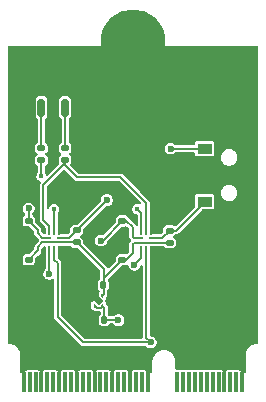
<source format=gbr>
%TF.GenerationSoftware,KiCad,Pcbnew,9.0.3*%
%TF.CreationDate,2025-08-15T19:30:48-04:00*%
%TF.ProjectId,M.2-to-Serial-RPI-3P-Debug-UART,4d2e322d-746f-42d5-9365-7269616c2d52,rev?*%
%TF.SameCoordinates,Original*%
%TF.FileFunction,Copper,L1,Top*%
%TF.FilePolarity,Positive*%
%FSLAX46Y46*%
G04 Gerber Fmt 4.6, Leading zero omitted, Abs format (unit mm)*
G04 Created by KiCad (PCBNEW 9.0.3) date 2025-08-15 19:30:48*
%MOMM*%
%LPD*%
G01*
G04 APERTURE LIST*
G04 Aperture macros list*
%AMRoundRect*
0 Rectangle with rounded corners*
0 $1 Rounding radius*
0 $2 $3 $4 $5 $6 $7 $8 $9 X,Y pos of 4 corners*
0 Add a 4 corners polygon primitive as box body*
4,1,4,$2,$3,$4,$5,$6,$7,$8,$9,$2,$3,0*
0 Add four circle primitives for the rounded corners*
1,1,$1+$1,$2,$3*
1,1,$1+$1,$4,$5*
1,1,$1+$1,$6,$7*
1,1,$1+$1,$8,$9*
0 Add four rect primitives between the rounded corners*
20,1,$1+$1,$2,$3,$4,$5,0*
20,1,$1+$1,$4,$5,$6,$7,0*
20,1,$1+$1,$6,$7,$8,$9,0*
20,1,$1+$1,$8,$9,$2,$3,0*%
%AMRotRect*
0 Rectangle, with rotation*
0 The origin of the aperture is its center*
0 $1 length*
0 $2 width*
0 $3 Rotation angle, in degrees counterclockwise*
0 Add horizontal line*
21,1,$1,$2,0,0,$3*%
%AMFreePoly0*
4,1,6,0.180000,0.075000,0.000000,-0.105000,-0.180000,-0.105000,-0.180000,0.105000,0.180000,0.105000,0.180000,0.075000,0.180000,0.075000,$1*%
%AMFreePoly1*
4,1,6,0.180000,-0.075000,0.180000,-0.105000,-0.180000,-0.105000,-0.180000,0.105000,0.000000,0.105000,0.180000,-0.075000,0.180000,-0.075000,$1*%
%AMFreePoly2*
4,1,6,0.180000,-0.105000,-0.180000,-0.105000,-0.180000,-0.075000,0.000000,0.105000,0.180000,0.105000,0.180000,-0.105000,0.180000,-0.105000,$1*%
%AMFreePoly3*
4,1,6,0.180000,-0.105000,0.000000,-0.105000,-0.180000,0.075000,-0.180000,0.105000,0.180000,0.105000,0.180000,-0.105000,0.180000,-0.105000,$1*%
G04 Aperture macros list end*
%TA.AperFunction,SMDPad,CuDef*%
%ADD10RoundRect,0.140000X0.140000X0.170000X-0.140000X0.170000X-0.140000X-0.170000X0.140000X-0.170000X0*%
%TD*%
%TA.AperFunction,ConnectorPad*%
%ADD11R,0.350000X1.700000*%
%TD*%
%TA.AperFunction,CastellatedPad*%
%ADD12C,5.500000*%
%TD*%
%TA.AperFunction,SMDPad,CuDef*%
%ADD13RoundRect,0.135000X0.185000X-0.135000X0.185000X0.135000X-0.185000X0.135000X-0.185000X-0.135000X0*%
%TD*%
%TA.AperFunction,SMDPad,CuDef*%
%ADD14RoundRect,0.140000X0.170000X-0.140000X0.170000X0.140000X-0.170000X0.140000X-0.170000X-0.140000X0*%
%TD*%
%TA.AperFunction,SMDPad,CuDef*%
%ADD15RoundRect,0.150000X0.150000X0.625000X-0.150000X0.625000X-0.150000X-0.625000X0.150000X-0.625000X0*%
%TD*%
%TA.AperFunction,SMDPad,CuDef*%
%ADD16RoundRect,0.250000X0.350000X0.650000X-0.350000X0.650000X-0.350000X-0.650000X0.350000X-0.650000X0*%
%TD*%
%TA.AperFunction,SMDPad,CuDef*%
%ADD17RoundRect,0.135000X-0.185000X0.135000X-0.185000X-0.135000X0.185000X-0.135000X0.185000X0.135000X0*%
%TD*%
%TA.AperFunction,SMDPad,CuDef*%
%ADD18RoundRect,0.050000X0.300000X-0.050000X0.300000X0.050000X-0.300000X0.050000X-0.300000X-0.050000X0*%
%TD*%
%TA.AperFunction,SMDPad,CuDef*%
%ADD19RoundRect,0.050000X0.250000X-0.050000X0.250000X0.050000X-0.250000X0.050000X-0.250000X-0.050000X0*%
%TD*%
%TA.AperFunction,SMDPad,CuDef*%
%ADD20RoundRect,0.050000X0.050000X0.250000X-0.050000X0.250000X-0.050000X-0.250000X0.050000X-0.250000X0*%
%TD*%
%TA.AperFunction,SMDPad,CuDef*%
%ADD21RoundRect,0.140000X-0.170000X0.140000X-0.170000X-0.140000X0.170000X-0.140000X0.170000X0.140000X0*%
%TD*%
%TA.AperFunction,SMDPad,CuDef*%
%ADD22R,1.250000X0.900000*%
%TD*%
%TA.AperFunction,SMDPad,CuDef*%
%ADD23R,0.900000X0.800000*%
%TD*%
%TA.AperFunction,SMDPad,CuDef*%
%ADD24FreePoly0,270.000000*%
%TD*%
%TA.AperFunction,SMDPad,CuDef*%
%ADD25FreePoly1,270.000000*%
%TD*%
%TA.AperFunction,SMDPad,CuDef*%
%ADD26FreePoly2,270.000000*%
%TD*%
%TA.AperFunction,SMDPad,CuDef*%
%ADD27FreePoly3,270.000000*%
%TD*%
%TA.AperFunction,SMDPad,CuDef*%
%ADD28RotRect,0.480000X0.480000X315.000000*%
%TD*%
%TA.AperFunction,ViaPad*%
%ADD29C,0.600000*%
%TD*%
%TA.AperFunction,ViaPad*%
%ADD30C,0.450000*%
%TD*%
%TA.AperFunction,Conductor*%
%ADD31C,0.200000*%
%TD*%
G04 APERTURE END LIST*
D10*
%TO.P,C6,1*%
%TO.N,+1V8*%
X129990000Y-133240000D03*
%TO.P,C6,2*%
%TO.N,GND*%
X129030000Y-133240000D03*
%TD*%
D11*
%TO.P,J1,1,GND*%
%TO.N,GND*%
X141755000Y-141490000D03*
%TO.P,J1,3,USB_D+*%
%TO.N,unconnected-(J1-USB_D+-Pad3)*%
X141255000Y-141490000D03*
%TO.P,J1,5,USB_D-*%
%TO.N,unconnected-(J1-USB_D--Pad5)*%
X140755000Y-141490000D03*
%TO.P,J1,7,GND*%
%TO.N,GND*%
X140255000Y-141490000D03*
%TO.P,J1,9,SDIO_CLK*%
%TO.N,unconnected-(J1-SDIO_CLK-Pad9)*%
X139755000Y-141490000D03*
%TO.P,J1,11,SDIO_CMD*%
%TO.N,unconnected-(J1-SDIO_CMD-Pad11)*%
X139255000Y-141490000D03*
%TO.P,J1,13,SDIO_DATA0*%
%TO.N,unconnected-(J1-SDIO_DATA0-Pad13)*%
X138755000Y-141490000D03*
%TO.P,J1,15,SDIO_DATA1*%
%TO.N,unconnected-(J1-SDIO_DATA1-Pad15)*%
X138255000Y-141490000D03*
%TO.P,J1,17,SDIO_DATA2*%
%TO.N,unconnected-(J1-SDIO_DATA2-Pad17)*%
X137755000Y-141490000D03*
%TO.P,J1,19,SDIO_DATA3*%
%TO.N,unconnected-(J1-SDIO_DATA3-Pad19)*%
X137255000Y-141490000D03*
%TO.P,J1,21,SDIO_WAKE#*%
%TO.N,unconnected-(J1-SDIO_WAKE#-Pad21)*%
X136755000Y-141490000D03*
%TO.P,J1,23,SDIO_RESET#*%
%TO.N,unconnected-(J1-SDIO_RESET#-Pad23)*%
X136255000Y-141490000D03*
%TO.P,J1,33,GND*%
%TO.N,GND*%
X133755000Y-141490000D03*
%TO.P,J1,35,PERn0*%
%TO.N,unconnected-(J1-PERn0-Pad35)*%
X133255000Y-141490000D03*
%TO.P,J1,37,PERp0*%
%TO.N,unconnected-(J1-PERp0-Pad37)*%
X132755000Y-141490000D03*
%TO.P,J1,39,GND*%
%TO.N,GND*%
X132255000Y-141490000D03*
%TO.P,J1,41,PETp0*%
%TO.N,unconnected-(J1-PETp0-Pad41)*%
X131755000Y-141490000D03*
%TO.P,J1,43,PETn0*%
%TO.N,unconnected-(J1-PETn0-Pad43)*%
X131255000Y-141490000D03*
%TO.P,J1,45,GND*%
%TO.N,GND*%
X130755000Y-141490000D03*
%TO.P,J1,47,REFCLKp0*%
%TO.N,unconnected-(J1-REFCLKp0-Pad47)*%
X130255000Y-141490000D03*
%TO.P,J1,49,REFCLKn0*%
%TO.N,unconnected-(J1-REFCLKn0-Pad49)*%
X129755000Y-141490000D03*
%TO.P,J1,51,GND*%
%TO.N,GND*%
X129255000Y-141490000D03*
%TO.P,J1,53,CLKREQ0#*%
%TO.N,unconnected-(J1-CLKREQ0#-Pad53)*%
X128755000Y-141490000D03*
%TO.P,J1,55,PEWAKE0#*%
%TO.N,unconnected-(J1-PEWAKE0#-Pad55)*%
X128255000Y-141490000D03*
%TO.P,J1,57,GND*%
%TO.N,GND*%
X127755000Y-141490000D03*
%TO.P,J1,59,RESERVED/PERp1*%
%TO.N,unconnected-(J1-RESERVED{slash}PERp1-Pad59)*%
X127255000Y-141490000D03*
%TO.P,J1,61,RESERVED/PERn0*%
%TO.N,unconnected-(J1-RESERVED{slash}PERn0-Pad61)*%
X126755000Y-141490000D03*
%TO.P,J1,63,GND*%
%TO.N,GND*%
X126255000Y-141490000D03*
%TO.P,J1,65,RESERVED/PETp1*%
%TO.N,unconnected-(J1-RESERVED{slash}PETp1-Pad65)*%
X125755000Y-141490000D03*
%TO.P,J1,67,RESERVED/PETn1*%
%TO.N,unconnected-(J1-RESERVED{slash}PETn1-Pad67)*%
X125255000Y-141490000D03*
%TO.P,J1,69,GND*%
%TO.N,GND*%
X124755000Y-141490000D03*
%TO.P,J1,71,RESERVED/REFCLKp1*%
%TO.N,unconnected-(J1-RESERVED{slash}REFCLKp1-Pad71)*%
X124255000Y-141490000D03*
%TO.P,J1,73,RESERVED/REFCLKn1*%
%TO.N,unconnected-(J1-RESERVED{slash}REFCLKn1-Pad73)*%
X123755000Y-141490000D03*
%TO.P,J1,75,GND*%
%TO.N,GND*%
X123255000Y-141490000D03*
%TD*%
D12*
%TO.P,H1,1,1*%
%TO.N,GND*%
X132505000Y-112640000D03*
%TD*%
D10*
%TO.P,C5,1*%
%TO.N,+3.3V*%
X130080000Y-136205000D03*
%TO.P,C5,2*%
%TO.N,GND*%
X129120000Y-136205000D03*
%TD*%
D13*
%TO.P,R1,1*%
%TO.N,SIGA*%
X126760000Y-122685000D03*
%TO.P,R1,2*%
%TO.N,Net-(J2-Pin_1)*%
X126760000Y-121665000D03*
%TD*%
D14*
%TO.P,C1,1*%
%TO.N,GND*%
X123675000Y-128760000D03*
%TO.P,C1,2*%
%TO.N,+3.3V*%
X123675000Y-127800000D03*
%TD*%
D15*
%TO.P,J2,1,Pin_1*%
%TO.N,Net-(J2-Pin_1)*%
X126760000Y-118220000D03*
%TO.P,J2,2,Pin_2*%
%TO.N,GND*%
X125760000Y-118220000D03*
%TO.P,J2,3,Pin_3*%
%TO.N,Net-(J2-Pin_3)*%
X124760000Y-118220000D03*
D16*
%TO.P,J2,MP,MountPin*%
%TO.N,GND*%
X128060000Y-114345000D03*
X123460000Y-114345000D03*
%TD*%
D13*
%TO.P,R4,1*%
%TO.N,+1V8*%
X135605000Y-129655000D03*
%TO.P,R4,2*%
%TO.N,~{Host_Mode}*%
X135605000Y-128635000D03*
%TD*%
D17*
%TO.P,R2,1*%
%TO.N,Net-(J2-Pin_3)*%
X124760000Y-121665000D03*
%TO.P,R2,2*%
%TO.N,SIGB*%
X124760000Y-122685000D03*
%TD*%
D18*
%TO.P,U1,1,DIR2*%
%TO.N,+1V8*%
X126380000Y-129645000D03*
D19*
%TO.P,U1,2,~{OE}*%
%TO.N,~{Target_Mode}*%
X126430000Y-129245000D03*
D20*
%TO.P,U1,3,GND*%
%TO.N,GND*%
X126230000Y-128645000D03*
%TO.P,U1,4,B2*%
%TO.N,SIGB*%
X125830000Y-128645000D03*
%TO.P,U1,5,B1*%
%TO.N,SIGA*%
X125430000Y-128645000D03*
D19*
%TO.P,U1,6,V_{CCB}*%
%TO.N,+3.3V*%
X125230000Y-129245000D03*
%TO.P,U1,7,V_{CCA}*%
%TO.N,+1V8*%
X125230000Y-129645000D03*
D20*
%TO.P,U1,8,A1*%
%TO.N,M2_RX*%
X125430000Y-130245000D03*
%TO.P,U1,9,A2*%
%TO.N,M2_TX*%
X125830000Y-130245000D03*
%TO.P,U1,10,DIR1*%
%TO.N,GND*%
X126230000Y-130245000D03*
%TD*%
D14*
%TO.P,C3,1*%
%TO.N,GND*%
X131610000Y-128775000D03*
%TO.P,C3,2*%
%TO.N,+3.3V*%
X131610000Y-127815000D03*
%TD*%
D18*
%TO.P,U2,1,DIR2*%
%TO.N,+1V8*%
X134165000Y-129655000D03*
D19*
%TO.P,U2,2,~{OE}*%
%TO.N,~{Host_Mode}*%
X134215000Y-129255000D03*
D20*
%TO.P,U2,3,GND*%
%TO.N,GND*%
X134015000Y-128655000D03*
%TO.P,U2,4,B2*%
%TO.N,SIGA*%
X133615000Y-128655000D03*
%TO.P,U2,5,B1*%
%TO.N,SIGB*%
X133215000Y-128655000D03*
D19*
%TO.P,U2,6,V_{CCB}*%
%TO.N,+3.3V*%
X133015000Y-129255000D03*
%TO.P,U2,7,V_{CCA}*%
%TO.N,+1V8*%
X133015000Y-129655000D03*
D20*
%TO.P,U2,8,A1*%
%TO.N,M2_RX*%
X133215000Y-130255000D03*
%TO.P,U2,9,A2*%
%TO.N,M2_TX*%
X133615000Y-130255000D03*
%TO.P,U2,10,DIR1*%
%TO.N,GND*%
X134015000Y-130255000D03*
%TD*%
D21*
%TO.P,C4,1*%
%TO.N,GND*%
X131610000Y-130135000D03*
%TO.P,C4,2*%
%TO.N,+1V8*%
X131610000Y-131095000D03*
%TD*%
%TO.P,C2,1*%
%TO.N,GND*%
X123675000Y-130130000D03*
%TO.P,C2,2*%
%TO.N,+1V8*%
X123675000Y-131090000D03*
%TD*%
D22*
%TO.P,SW1,1,A*%
%TO.N,~{Host_Mode}*%
X138572500Y-126195000D03*
%TO.P,SW1,2,B*%
%TO.N,GND*%
X138572500Y-123195000D03*
%TO.P,SW1,3,C*%
%TO.N,~{Target_Mode}*%
X138572500Y-121695000D03*
D23*
%TO.P,SW1,MP,MP*%
%TO.N,GND*%
X139597500Y-127745000D03*
X141697500Y-127745000D03*
X139597500Y-120145000D03*
X141697500Y-120145000D03*
%TD*%
D24*
%TO.P,U3,1,OUT*%
%TO.N,+1V8*%
X129925000Y-134135000D03*
D25*
%TO.P,U3,2,GND*%
%TO.N,GND*%
X129275000Y-134135000D03*
D26*
%TO.P,U3,3,EN*%
%TO.N,+3.3V*%
X129275000Y-134995000D03*
D27*
%TO.P,U3,4,IN*%
X129925000Y-134995000D03*
D28*
%TO.P,U3,5,TP*%
%TO.N,GND*%
X129600000Y-134565000D03*
%TD*%
D13*
%TO.P,R3,1*%
%TO.N,+1V8*%
X127730000Y-129645000D03*
%TO.P,R3,2*%
%TO.N,~{Target_Mode}*%
X127730000Y-128625000D03*
%TD*%
D29*
%TO.N,+3.3V*%
X123675000Y-126755000D03*
X129800000Y-129480000D03*
X131280000Y-136210000D03*
%TO.N,GND*%
X135050000Y-125505000D03*
X125770000Y-114985000D03*
X138630000Y-138520000D03*
D30*
X123675000Y-129445000D03*
D29*
X132020000Y-135260000D03*
X127650000Y-132095000D03*
X131385000Y-132680000D03*
D30*
X131610000Y-129455000D03*
D29*
X125210000Y-137745000D03*
X135110000Y-138095000D03*
X131425000Y-139210000D03*
X122695000Y-125300000D03*
X127415000Y-135130000D03*
X127695000Y-125505000D03*
%TO.N,M2_RX*%
X132630000Y-131540000D03*
X125430000Y-132310000D03*
%TO.N,M2_TX*%
X134005000Y-138090000D03*
D30*
%TO.N,SIGB*%
X125830000Y-126815000D03*
X132865000Y-126810000D03*
X124760000Y-124055000D03*
D29*
%TO.N,~{Target_Mode}*%
X135705000Y-121695000D03*
X130305000Y-126050000D03*
%TD*%
D31*
%TO.N,+3.3V*%
X124455000Y-128855000D02*
X124845000Y-129245000D01*
X133012500Y-129255000D02*
X132597500Y-129255000D01*
X129945000Y-129480000D02*
X131610000Y-127815000D01*
X129275000Y-134995000D02*
X129435411Y-135155411D01*
X131275000Y-136205000D02*
X131280000Y-136210000D01*
X132482500Y-128355000D02*
X131942500Y-127815000D01*
X129764589Y-135155411D02*
X129925000Y-134995000D01*
X129800000Y-129480000D02*
X129945000Y-129480000D01*
X123675000Y-127800000D02*
X123675000Y-126755000D01*
X129435411Y-135155411D02*
X129764589Y-135155411D01*
X124845000Y-129245000D02*
X125230000Y-129245000D01*
X130080000Y-136205000D02*
X130080000Y-135150000D01*
X132482500Y-129140000D02*
X132482500Y-128355000D01*
X131942500Y-127815000D02*
X131607500Y-127815000D01*
X130080000Y-135150000D02*
X129925000Y-134995000D01*
X124455000Y-128580000D02*
X123675000Y-127800000D01*
X132597500Y-129255000D02*
X132482500Y-129140000D01*
X124455000Y-128855000D02*
X124455000Y-128580000D01*
X130080000Y-136205000D02*
X131275000Y-136205000D01*
%TO.N,+1V8*%
X124455000Y-130035000D02*
X124455000Y-130310000D01*
X130015000Y-134045000D02*
X129925000Y-134135000D01*
X130015000Y-131850000D02*
X130015000Y-132960000D01*
X124455000Y-130310000D02*
X123675000Y-131090000D01*
X133015000Y-129655000D02*
X134165000Y-129655000D01*
X131945000Y-131095000D02*
X131610000Y-131095000D01*
X127810000Y-129645000D02*
X130015000Y-131850000D01*
X135605000Y-129655000D02*
X134165000Y-129655000D01*
X130015000Y-132960000D02*
X130015000Y-134045000D01*
X124455000Y-130035000D02*
X124845000Y-129645000D01*
X124845000Y-129645000D02*
X125230000Y-129645000D01*
X132485000Y-129770000D02*
X132485000Y-130555000D01*
X125230000Y-129645000D02*
X126380000Y-129645000D01*
X127730000Y-129645000D02*
X126380000Y-129645000D01*
X132600000Y-129655000D02*
X132485000Y-129770000D01*
X127730000Y-129645000D02*
X127810000Y-129645000D01*
X132485000Y-130555000D02*
X131945000Y-131095000D01*
X130015000Y-132690000D02*
X130015000Y-132960000D01*
X133015000Y-129655000D02*
X132600000Y-129655000D01*
X131610000Y-131095000D02*
X130015000Y-132690000D01*
%TO.N,M2_RX*%
X133215000Y-130955000D02*
X132630000Y-131540000D01*
X133215000Y-130255000D02*
X133215000Y-130955000D01*
X125430000Y-132310000D02*
X125430000Y-130245000D01*
%TO.N,M2_TX*%
X133615000Y-130255000D02*
X133615000Y-137700000D01*
X128275000Y-138090000D02*
X134005000Y-138090000D01*
X133615000Y-137700000D02*
X134005000Y-138090000D01*
X125830000Y-131105000D02*
X126135000Y-131410000D01*
X126135000Y-135950000D02*
X128275000Y-138090000D01*
X126135000Y-131410000D02*
X126135000Y-135950000D01*
X125830000Y-130245000D02*
X125830000Y-131105000D01*
%TO.N,Net-(J2-Pin_1)*%
X126760000Y-118220000D02*
X126760000Y-121665000D01*
%TO.N,Net-(J2-Pin_3)*%
X124760000Y-121665000D02*
X124760000Y-118220000D01*
%TO.N,SIGA*%
X125430000Y-128260000D02*
X124920000Y-127750000D01*
X125430000Y-128645000D02*
X125430000Y-128260000D01*
X126760000Y-123120000D02*
X127765000Y-124125000D01*
X126760000Y-122685000D02*
X126760000Y-123120000D01*
X124920000Y-124794999D02*
X126760000Y-122954999D01*
X124920000Y-127750000D02*
X124920000Y-124794999D01*
X133615000Y-126300000D02*
X133615000Y-128655000D01*
X131440000Y-124125000D02*
X133615000Y-126300000D01*
X126760000Y-122954999D02*
X126760000Y-122685000D01*
X127765000Y-124125000D02*
X131440000Y-124125000D01*
%TO.N,SIGB*%
X124760000Y-122685000D02*
X124760000Y-124055000D01*
X133215000Y-127160000D02*
X132865000Y-126810000D01*
X125830000Y-128645000D02*
X125830000Y-126815000D01*
X133215000Y-128655000D02*
X133215000Y-127160000D01*
%TO.N,~{Target_Mode}*%
X127730000Y-128625000D02*
X130305000Y-126050000D01*
X135705000Y-121695000D02*
X138572500Y-121695000D01*
X126430000Y-129245000D02*
X127110000Y-129245000D01*
X127110000Y-129245000D02*
X127730000Y-128625000D01*
%TO.N,~{Host_Mode}*%
X135605000Y-128635000D02*
X136132500Y-128635000D01*
X136132500Y-128635000D02*
X138572500Y-126195000D01*
X134215000Y-129255000D02*
X134985000Y-129255000D01*
X134985000Y-129255000D02*
X135605000Y-128635000D01*
%TD*%
%TA.AperFunction,Conductor*%
%TO.N,GND*%
G36*
X127253215Y-129964407D02*
G01*
X127265028Y-129974496D01*
X127265934Y-129975402D01*
X127265935Y-129975404D01*
X127349596Y-130059065D01*
X127349597Y-130059065D01*
X127349598Y-130059066D01*
X127456824Y-130109067D01*
X127456825Y-130109067D01*
X127456827Y-130109068D01*
X127505684Y-130115500D01*
X127814521Y-130115500D01*
X127872712Y-130134407D01*
X127884525Y-130144496D01*
X129685504Y-131945475D01*
X129713281Y-131999992D01*
X129714500Y-132015479D01*
X129714500Y-132694414D01*
X129695593Y-132752605D01*
X129657342Y-132784137D01*
X129651686Y-132786774D01*
X129566774Y-132871686D01*
X129516029Y-132980510D01*
X129516028Y-132980511D01*
X129509500Y-133030100D01*
X129509500Y-133449896D01*
X129509501Y-133449907D01*
X129516027Y-133499486D01*
X129516027Y-133499488D01*
X129566774Y-133608313D01*
X129566775Y-133608314D01*
X129566776Y-133608316D01*
X129651684Y-133693224D01*
X129651685Y-133693224D01*
X129656342Y-133697881D01*
X129684119Y-133752398D01*
X129674548Y-133812830D01*
X129663740Y-133829609D01*
X129634851Y-133865835D01*
X129634850Y-133865836D01*
X129614500Y-133955000D01*
X129614500Y-134134999D01*
X129626031Y-134202870D01*
X129626031Y-134202871D01*
X129626032Y-134202872D01*
X129628650Y-134207038D01*
X129640448Y-134234080D01*
X129644979Y-134250988D01*
X129684540Y-134319511D01*
X129740489Y-134375460D01*
X129798644Y-134409035D01*
X129813390Y-134419449D01*
X129816376Y-134421996D01*
X129854690Y-134460310D01*
X129893953Y-134488169D01*
X129897313Y-134491035D01*
X129911119Y-134513533D01*
X129926871Y-134534711D01*
X129926922Y-134539285D01*
X129929315Y-134543185D01*
X129927260Y-134569501D01*
X129927556Y-134595892D01*
X129924909Y-134599622D01*
X129924553Y-134604184D01*
X129907422Y-134624266D01*
X129892149Y-134645792D01*
X129885737Y-134650181D01*
X129854695Y-134669685D01*
X129854687Y-134669692D01*
X129819144Y-134705234D01*
X129798642Y-134720965D01*
X129740489Y-134754539D01*
X129670003Y-134825025D01*
X129615486Y-134852802D01*
X129555054Y-134843230D01*
X129529997Y-134825025D01*
X129459513Y-134754542D01*
X129459511Y-134754540D01*
X129401353Y-134720963D01*
X129380853Y-134705233D01*
X129345313Y-134669693D01*
X129345312Y-134669692D01*
X129345310Y-134669690D01*
X129289163Y-134629851D01*
X129200000Y-134609500D01*
X129170000Y-134609500D01*
X129169998Y-134609500D01*
X129124272Y-134614651D01*
X129041872Y-134654334D01*
X128984850Y-134725837D01*
X128964500Y-134815000D01*
X128964500Y-135175001D01*
X128969651Y-135220727D01*
X129009334Y-135303127D01*
X129080837Y-135360149D01*
X129170000Y-135380500D01*
X129197750Y-135380500D01*
X129247250Y-135393764D01*
X129319418Y-135435430D01*
X129319422Y-135435432D01*
X129395846Y-135455910D01*
X129395848Y-135455911D01*
X129395849Y-135455911D01*
X129680500Y-135455911D01*
X129695412Y-135460756D01*
X129711093Y-135460756D01*
X129723778Y-135469972D01*
X129738691Y-135474818D01*
X129747907Y-135487503D01*
X129760593Y-135496720D01*
X129765438Y-135511632D01*
X129774655Y-135524318D01*
X129779500Y-135554911D01*
X129779500Y-135673760D01*
X129760593Y-135731951D01*
X129747236Y-135745079D01*
X129747809Y-135745652D01*
X129741685Y-135751775D01*
X129741684Y-135751776D01*
X129693452Y-135800008D01*
X129656774Y-135836686D01*
X129606029Y-135945510D01*
X129606028Y-135945511D01*
X129599500Y-135995100D01*
X129599500Y-136414896D01*
X129599501Y-136414907D01*
X129606027Y-136464486D01*
X129606027Y-136464488D01*
X129656774Y-136573313D01*
X129656775Y-136573314D01*
X129656776Y-136573316D01*
X129741684Y-136658224D01*
X129850513Y-136708972D01*
X129900099Y-136715500D01*
X130259900Y-136715499D01*
X130309487Y-136708972D01*
X130309488Y-136708972D01*
X130379359Y-136676390D01*
X130418316Y-136658224D01*
X130503224Y-136573316D01*
X130508192Y-136562659D01*
X130549921Y-136517913D01*
X130597917Y-136505500D01*
X130826678Y-136505500D01*
X130884869Y-136524407D01*
X130896681Y-136534496D01*
X130972685Y-136610499D01*
X130972690Y-136610503D01*
X131086810Y-136676390D01*
X131086808Y-136676390D01*
X131086812Y-136676391D01*
X131086814Y-136676392D01*
X131214108Y-136710500D01*
X131214110Y-136710500D01*
X131345890Y-136710500D01*
X131345892Y-136710500D01*
X131473186Y-136676392D01*
X131473188Y-136676390D01*
X131473190Y-136676390D01*
X131587309Y-136610503D01*
X131587309Y-136610502D01*
X131587314Y-136610500D01*
X131680500Y-136517314D01*
X131711000Y-136464487D01*
X131746390Y-136403190D01*
X131746390Y-136403188D01*
X131746392Y-136403186D01*
X131780500Y-136275892D01*
X131780500Y-136144108D01*
X131746392Y-136016814D01*
X131746390Y-136016811D01*
X131746390Y-136016809D01*
X131680503Y-135902690D01*
X131680501Y-135902688D01*
X131680500Y-135902686D01*
X131587314Y-135809500D01*
X131587311Y-135809498D01*
X131587309Y-135809496D01*
X131473189Y-135743609D01*
X131473191Y-135743609D01*
X131423799Y-135730375D01*
X131345892Y-135709500D01*
X131214108Y-135709500D01*
X131136200Y-135730375D01*
X131086809Y-135743609D01*
X130972690Y-135809496D01*
X130972689Y-135809497D01*
X130972686Y-135809499D01*
X130972686Y-135809500D01*
X130906680Y-135875505D01*
X130852166Y-135903281D01*
X130836679Y-135904500D01*
X130597917Y-135904500D01*
X130539726Y-135885593D01*
X130524289Y-135871681D01*
X130514427Y-135860709D01*
X130503224Y-135836684D01*
X130418316Y-135751776D01*
X130415206Y-135750326D01*
X130405872Y-135739941D01*
X130397819Y-135721813D01*
X130385886Y-135705969D01*
X130382930Y-135688294D01*
X130381034Y-135684025D01*
X130381697Y-135680918D01*
X130380500Y-135673760D01*
X130380500Y-135110437D01*
X130380499Y-135110435D01*
X130360021Y-135034011D01*
X130360019Y-135034007D01*
X130320460Y-134965489D01*
X130264511Y-134909539D01*
X130264511Y-134909540D01*
X130264496Y-134909525D01*
X130236719Y-134855008D01*
X130235500Y-134839521D01*
X130235500Y-134815000D01*
X130230348Y-134769272D01*
X130190666Y-134686873D01*
X130169119Y-134669690D01*
X130136469Y-134643652D01*
X130102763Y-134592588D01*
X130105508Y-134531465D01*
X130143656Y-134483628D01*
X130155235Y-134477058D01*
X130158127Y-134475666D01*
X130215149Y-134404163D01*
X130235500Y-134315000D01*
X130235500Y-134289128D01*
X130252914Y-134235531D01*
X130252216Y-134235128D01*
X130254112Y-134231843D01*
X130254407Y-134230937D01*
X130255414Y-134229588D01*
X130255456Y-134229514D01*
X130255460Y-134229511D01*
X130270840Y-134202872D01*
X130295021Y-134160989D01*
X130315500Y-134084562D01*
X130315500Y-133747047D01*
X130334407Y-133688856D01*
X130344490Y-133677049D01*
X130413224Y-133608316D01*
X130463972Y-133499487D01*
X130470500Y-133449901D01*
X130470499Y-133030100D01*
X130463972Y-132980513D01*
X130463972Y-132980511D01*
X130413225Y-132871686D01*
X130413224Y-132871685D01*
X130413224Y-132871684D01*
X130405756Y-132864216D01*
X130377981Y-132809702D01*
X130387552Y-132749270D01*
X130405755Y-132724214D01*
X131525475Y-131604495D01*
X131579992Y-131576718D01*
X131595479Y-131575499D01*
X131819897Y-131575499D01*
X131819900Y-131575499D01*
X131869487Y-131568972D01*
X131869488Y-131568972D01*
X131986166Y-131514564D01*
X131987422Y-131517258D01*
X132032202Y-131503555D01*
X132090059Y-131523459D01*
X132125167Y-131573570D01*
X132129500Y-131602540D01*
X132129500Y-131605892D01*
X132145469Y-131665489D01*
X132163609Y-131733190D01*
X132229496Y-131847309D01*
X132229498Y-131847311D01*
X132229500Y-131847314D01*
X132322686Y-131940500D01*
X132322688Y-131940501D01*
X132322690Y-131940503D01*
X132436810Y-132006390D01*
X132436808Y-132006390D01*
X132436812Y-132006391D01*
X132436814Y-132006392D01*
X132564108Y-132040500D01*
X132564110Y-132040500D01*
X132695890Y-132040500D01*
X132695892Y-132040500D01*
X132823186Y-132006392D01*
X132823188Y-132006390D01*
X132823190Y-132006390D01*
X132937309Y-131940503D01*
X132937309Y-131940502D01*
X132937314Y-131940500D01*
X133030500Y-131847314D01*
X133030503Y-131847309D01*
X133096390Y-131733190D01*
X133096390Y-131733188D01*
X133096392Y-131733186D01*
X133119873Y-131645549D01*
X133153197Y-131594237D01*
X133210319Y-131572310D01*
X133269419Y-131588145D01*
X133307924Y-131635695D01*
X133314500Y-131671174D01*
X133314500Y-137690500D01*
X133295593Y-137748691D01*
X133246093Y-137784655D01*
X133215500Y-137789500D01*
X128440479Y-137789500D01*
X128382288Y-137770593D01*
X128370475Y-137760504D01*
X126464496Y-135854525D01*
X126436719Y-135800008D01*
X126435500Y-135784521D01*
X126435500Y-131370437D01*
X126435499Y-131370435D01*
X126415021Y-131294011D01*
X126415019Y-131294007D01*
X126375460Y-131225489D01*
X126319511Y-131169539D01*
X126319511Y-131169540D01*
X126159496Y-131009525D01*
X126131719Y-130955008D01*
X126130500Y-130939521D01*
X126130500Y-130044500D01*
X126149407Y-129986309D01*
X126198907Y-129950345D01*
X126229500Y-129945500D01*
X126340438Y-129945500D01*
X127195024Y-129945500D01*
X127253215Y-129964407D01*
G37*
%TD.AperFunction*%
%TA.AperFunction,Conductor*%
G36*
X126722444Y-123514267D02*
G01*
X126747499Y-123532470D01*
X127580489Y-124365460D01*
X127580491Y-124365461D01*
X127580493Y-124365463D01*
X127649008Y-124405020D01*
X127649006Y-124405020D01*
X127649010Y-124405021D01*
X127649012Y-124405022D01*
X127725438Y-124425500D01*
X131274521Y-124425500D01*
X131332712Y-124444407D01*
X131344525Y-124454496D01*
X133146479Y-126256450D01*
X133174256Y-126310967D01*
X133164685Y-126371399D01*
X133121420Y-126414664D01*
X133060988Y-126424235D01*
X133035547Y-126415226D01*
X133035235Y-126415981D01*
X133029242Y-126413498D01*
X132987251Y-126402247D01*
X132921018Y-126384500D01*
X132808982Y-126384500D01*
X132742748Y-126402247D01*
X132700758Y-126413498D01*
X132603739Y-126469513D01*
X132524513Y-126548739D01*
X132468498Y-126645758D01*
X132455652Y-126693700D01*
X132439500Y-126753982D01*
X132439500Y-126866018D01*
X132451466Y-126910676D01*
X132468498Y-126974241D01*
X132519345Y-127062309D01*
X132524515Y-127071263D01*
X132603737Y-127150485D01*
X132603739Y-127150486D01*
X132700759Y-127206501D01*
X132700757Y-127206501D01*
X132700761Y-127206502D01*
X132700763Y-127206503D01*
X132808982Y-127235500D01*
X132815500Y-127235500D01*
X132873691Y-127254407D01*
X132909655Y-127303907D01*
X132914500Y-127334500D01*
X132914500Y-128132773D01*
X132895593Y-128190964D01*
X132846093Y-128226928D01*
X132784907Y-128226928D01*
X132735407Y-128190964D01*
X132729764Y-128182274D01*
X132722960Y-128170489D01*
X132705752Y-128153281D01*
X132667011Y-128114539D01*
X132667011Y-128114540D01*
X132127011Y-127574540D01*
X132127008Y-127574538D01*
X132127004Y-127574534D01*
X132121865Y-127570591D01*
X132123030Y-127569072D01*
X132088975Y-127531906D01*
X132063225Y-127476686D01*
X132063224Y-127476685D01*
X132063224Y-127476684D01*
X131978316Y-127391776D01*
X131978314Y-127391775D01*
X131978313Y-127391774D01*
X131869489Y-127341029D01*
X131869488Y-127341028D01*
X131852958Y-127338852D01*
X131819901Y-127334500D01*
X131819899Y-127334500D01*
X131400103Y-127334500D01*
X131400092Y-127334501D01*
X131350513Y-127341027D01*
X131350511Y-127341027D01*
X131241686Y-127391774D01*
X131156774Y-127476686D01*
X131106029Y-127585510D01*
X131106028Y-127585511D01*
X131099500Y-127635100D01*
X131099500Y-127859520D01*
X131080593Y-127917711D01*
X131070504Y-127929524D01*
X130028266Y-128971761D01*
X129973749Y-128999538D01*
X129932641Y-128997384D01*
X129865894Y-128979500D01*
X129865892Y-128979500D01*
X129734108Y-128979500D01*
X129656200Y-129000375D01*
X129606809Y-129013609D01*
X129492690Y-129079496D01*
X129399496Y-129172690D01*
X129333609Y-129286809D01*
X129333608Y-129286814D01*
X129299500Y-129414108D01*
X129299500Y-129545892D01*
X129310110Y-129585489D01*
X129333609Y-129673190D01*
X129399496Y-129787309D01*
X129399498Y-129787311D01*
X129399500Y-129787314D01*
X129492686Y-129880500D01*
X129492688Y-129880501D01*
X129492690Y-129880503D01*
X129606810Y-129946390D01*
X129606808Y-129946390D01*
X129606812Y-129946391D01*
X129606814Y-129946392D01*
X129734108Y-129980500D01*
X129734110Y-129980500D01*
X129865890Y-129980500D01*
X129865892Y-129980500D01*
X129993186Y-129946392D01*
X129993188Y-129946390D01*
X129993190Y-129946390D01*
X130107309Y-129880503D01*
X130107309Y-129880502D01*
X130107314Y-129880500D01*
X130200500Y-129787314D01*
X130200503Y-129787309D01*
X130266390Y-129673190D01*
X130266390Y-129673188D01*
X130266392Y-129673186D01*
X130292324Y-129576401D01*
X130317945Y-129532024D01*
X131525475Y-128324495D01*
X131579992Y-128296718D01*
X131595479Y-128295499D01*
X131819897Y-128295499D01*
X131819900Y-128295499D01*
X131829175Y-128294278D01*
X131869482Y-128288973D01*
X131869483Y-128288972D01*
X131869487Y-128288972D01*
X131889872Y-128279465D01*
X131950599Y-128272009D01*
X132001715Y-128299186D01*
X132153004Y-128450475D01*
X132180781Y-128504992D01*
X132182000Y-128520479D01*
X132182000Y-129179564D01*
X132202478Y-129255988D01*
X132202479Y-129255989D01*
X132218976Y-129284562D01*
X132242040Y-129324511D01*
X132307170Y-129389641D01*
X132310221Y-129393349D01*
X132319736Y-129417573D01*
X132331552Y-129440762D01*
X132330774Y-129445670D01*
X132332592Y-129450297D01*
X132326052Y-129475486D01*
X132321981Y-129501194D01*
X132317931Y-129506768D01*
X132317217Y-129509520D01*
X132314024Y-129512146D01*
X132303785Y-129526242D01*
X132300499Y-129529529D01*
X132244539Y-129585489D01*
X132204980Y-129654007D01*
X132204978Y-129654011D01*
X132184500Y-129730435D01*
X132184500Y-130389521D01*
X132165593Y-130447712D01*
X132155503Y-130459525D01*
X132003419Y-130611608D01*
X131948903Y-130639385D01*
X131891578Y-130631329D01*
X131869487Y-130621028D01*
X131869488Y-130621028D01*
X131852958Y-130618852D01*
X131819901Y-130614500D01*
X131819899Y-130614500D01*
X131400103Y-130614500D01*
X131400092Y-130614501D01*
X131350513Y-130621027D01*
X131350511Y-130621027D01*
X131241686Y-130671774D01*
X131156774Y-130756686D01*
X131106029Y-130865510D01*
X131106028Y-130865511D01*
X131099500Y-130915100D01*
X131099500Y-131139520D01*
X131080593Y-131197711D01*
X131070504Y-131209524D01*
X130469312Y-131810715D01*
X130414795Y-131838492D01*
X130354363Y-131828921D01*
X130311098Y-131785656D01*
X130303683Y-131766340D01*
X130295021Y-131734011D01*
X130255460Y-131665489D01*
X130235522Y-131645551D01*
X130199511Y-131609539D01*
X130199511Y-131609540D01*
X128279496Y-129689525D01*
X128251719Y-129635008D01*
X128250500Y-129619521D01*
X128250500Y-129470685D01*
X128250500Y-129470684D01*
X128244068Y-129421827D01*
X128242084Y-129417573D01*
X128194066Y-129314598D01*
X128194065Y-129314597D01*
X128194065Y-129314596D01*
X128110404Y-129230935D01*
X128097085Y-129224724D01*
X128052337Y-129182997D01*
X128040662Y-129122936D01*
X128066519Y-129067483D01*
X128097084Y-129045275D01*
X128110404Y-129039065D01*
X128194065Y-128955404D01*
X128244068Y-128848173D01*
X128250500Y-128799316D01*
X128250500Y-128570478D01*
X128269407Y-128512287D01*
X128279490Y-128500480D01*
X130200474Y-126579495D01*
X130254991Y-126551719D01*
X130270478Y-126550500D01*
X130370890Y-126550500D01*
X130370892Y-126550500D01*
X130498186Y-126516392D01*
X130498188Y-126516390D01*
X130498190Y-126516390D01*
X130612309Y-126450503D01*
X130612309Y-126450502D01*
X130612314Y-126450500D01*
X130705500Y-126357314D01*
X130761432Y-126260437D01*
X130771390Y-126243190D01*
X130771390Y-126243188D01*
X130771392Y-126243186D01*
X130805500Y-126115892D01*
X130805500Y-125984108D01*
X130771392Y-125856814D01*
X130771390Y-125856811D01*
X130771390Y-125856809D01*
X130705503Y-125742690D01*
X130705501Y-125742688D01*
X130705500Y-125742686D01*
X130612314Y-125649500D01*
X130612311Y-125649498D01*
X130612309Y-125649496D01*
X130498189Y-125583609D01*
X130498191Y-125583609D01*
X130448799Y-125570375D01*
X130370892Y-125549500D01*
X130239108Y-125549500D01*
X130161200Y-125570375D01*
X130111809Y-125583609D01*
X129997690Y-125649496D01*
X129904496Y-125742690D01*
X129838609Y-125856809D01*
X129804500Y-125984109D01*
X129804500Y-126084520D01*
X129785593Y-126142711D01*
X129775504Y-126154524D01*
X127804525Y-128125504D01*
X127750008Y-128153281D01*
X127734521Y-128154500D01*
X127505684Y-128154500D01*
X127489398Y-128156644D01*
X127456825Y-128160932D01*
X127456824Y-128160932D01*
X127349598Y-128210933D01*
X127265933Y-128294598D01*
X127215932Y-128401824D01*
X127215932Y-128401825D01*
X127209500Y-128450685D01*
X127209500Y-128679521D01*
X127190593Y-128737712D01*
X127180504Y-128749525D01*
X127014525Y-128915504D01*
X126960008Y-128943281D01*
X126944521Y-128944500D01*
X126229500Y-128944500D01*
X126171309Y-128925593D01*
X126135345Y-128876093D01*
X126130500Y-128845500D01*
X126130500Y-127157255D01*
X126149407Y-127099064D01*
X126159490Y-127087257D01*
X126170485Y-127076263D01*
X126226503Y-126979237D01*
X126255500Y-126871018D01*
X126255500Y-126758982D01*
X126226503Y-126650763D01*
X126226501Y-126650760D01*
X126226501Y-126650758D01*
X126175145Y-126561809D01*
X126170485Y-126553737D01*
X126091263Y-126474515D01*
X126082603Y-126469515D01*
X125994240Y-126418498D01*
X125994242Y-126418498D01*
X125952251Y-126407247D01*
X125886018Y-126389500D01*
X125773982Y-126389500D01*
X125707748Y-126407247D01*
X125665758Y-126418498D01*
X125568739Y-126474513D01*
X125489513Y-126553739D01*
X125433498Y-126650758D01*
X125415127Y-126719323D01*
X125381803Y-126770637D01*
X125324681Y-126792564D01*
X125265581Y-126776728D01*
X125227076Y-126729179D01*
X125220500Y-126693700D01*
X125220500Y-124960477D01*
X125239407Y-124902286D01*
X125249490Y-124890479D01*
X126607497Y-123532471D01*
X126662012Y-123504696D01*
X126722444Y-123514267D01*
G37*
%TD.AperFunction*%
%TA.AperFunction,Conductor*%
G36*
X143083691Y-113039407D02*
G01*
X143119655Y-113088907D01*
X143124500Y-113119500D01*
X143124500Y-138160500D01*
X143105593Y-138218691D01*
X143056093Y-138254655D01*
X143025500Y-138259500D01*
X142843275Y-138259500D01*
X142673168Y-138293337D01*
X142673166Y-138293337D01*
X142512931Y-138359708D01*
X142512919Y-138359714D01*
X142368714Y-138456071D01*
X142368710Y-138456074D01*
X142246074Y-138578710D01*
X142246071Y-138578714D01*
X142149714Y-138722919D01*
X142149708Y-138722931D01*
X142083337Y-138883166D01*
X142083337Y-138883168D01*
X142049500Y-139053275D01*
X142049500Y-140616000D01*
X142030593Y-140674191D01*
X141981093Y-140710155D01*
X141950500Y-140715000D01*
X141729500Y-140715000D01*
X141671309Y-140696093D01*
X141635345Y-140646593D01*
X141631924Y-140624994D01*
X141630976Y-140625088D01*
X141630500Y-140620261D01*
X141630500Y-140620252D01*
X141618867Y-140561769D01*
X141574552Y-140495448D01*
X141574548Y-140495445D01*
X141508233Y-140451134D01*
X141508231Y-140451133D01*
X141508228Y-140451132D01*
X141508227Y-140451132D01*
X141449758Y-140439501D01*
X141449748Y-140439500D01*
X141060252Y-140439500D01*
X141060247Y-140439500D01*
X141024313Y-140446648D01*
X140985687Y-140446648D01*
X140949752Y-140439500D01*
X140949748Y-140439500D01*
X140560252Y-140439500D01*
X140560251Y-140439500D01*
X140560241Y-140439501D01*
X140501772Y-140451132D01*
X140501766Y-140451134D01*
X140435451Y-140495445D01*
X140435445Y-140495451D01*
X140391134Y-140561766D01*
X140391132Y-140561772D01*
X140379501Y-140620241D01*
X140379024Y-140625088D01*
X140376623Y-140624851D01*
X140374655Y-140630911D01*
X140374655Y-140646593D01*
X140365438Y-140659278D01*
X140360593Y-140674191D01*
X140347907Y-140683407D01*
X140338691Y-140696093D01*
X140323778Y-140700938D01*
X140311093Y-140710155D01*
X140280500Y-140715000D01*
X140229500Y-140715000D01*
X140171309Y-140696093D01*
X140135345Y-140646593D01*
X140131924Y-140624994D01*
X140130976Y-140625088D01*
X140130500Y-140620261D01*
X140130500Y-140620252D01*
X140118867Y-140561769D01*
X140074552Y-140495448D01*
X140074548Y-140495445D01*
X140008233Y-140451134D01*
X140008231Y-140451133D01*
X140008228Y-140451132D01*
X140008227Y-140451132D01*
X139949758Y-140439501D01*
X139949748Y-140439500D01*
X139560252Y-140439500D01*
X139560247Y-140439500D01*
X139524313Y-140446648D01*
X139485687Y-140446648D01*
X139449752Y-140439500D01*
X139449748Y-140439500D01*
X139060252Y-140439500D01*
X139060247Y-140439500D01*
X139024313Y-140446648D01*
X138985687Y-140446648D01*
X138949752Y-140439500D01*
X138949748Y-140439500D01*
X138560252Y-140439500D01*
X138560247Y-140439500D01*
X138524313Y-140446648D01*
X138485687Y-140446648D01*
X138449752Y-140439500D01*
X138449748Y-140439500D01*
X138060252Y-140439500D01*
X138060247Y-140439500D01*
X138024313Y-140446648D01*
X137985687Y-140446648D01*
X137949752Y-140439500D01*
X137949748Y-140439500D01*
X137560252Y-140439500D01*
X137560247Y-140439500D01*
X137524313Y-140446648D01*
X137485687Y-140446648D01*
X137449752Y-140439500D01*
X137449748Y-140439500D01*
X137060252Y-140439500D01*
X137060247Y-140439500D01*
X137024313Y-140446648D01*
X136985687Y-140446648D01*
X136949752Y-140439500D01*
X136949748Y-140439500D01*
X136560252Y-140439500D01*
X136560247Y-140439500D01*
X136524313Y-140446648D01*
X136485687Y-140446648D01*
X136449752Y-140439500D01*
X136449748Y-140439500D01*
X136204500Y-140439500D01*
X136146309Y-140420593D01*
X136110345Y-140371093D01*
X136105500Y-140340500D01*
X136105500Y-139649142D01*
X136072111Y-139470526D01*
X136072111Y-139470524D01*
X136006468Y-139301081D01*
X135910808Y-139146585D01*
X135788389Y-139012297D01*
X135643378Y-138902790D01*
X135480715Y-138821794D01*
X135305938Y-138772065D01*
X135305940Y-138772065D01*
X135125000Y-138755299D01*
X134944060Y-138772065D01*
X134805048Y-138811618D01*
X134769285Y-138821794D01*
X134769284Y-138821794D01*
X134769282Y-138821795D01*
X134606629Y-138902786D01*
X134606620Y-138902791D01*
X134461610Y-139012298D01*
X134339192Y-139146584D01*
X134339190Y-139146587D01*
X134243535Y-139301075D01*
X134243532Y-139301080D01*
X134177888Y-139470526D01*
X134144500Y-139649142D01*
X134144500Y-140616000D01*
X134125593Y-140674191D01*
X134076093Y-140710155D01*
X134045500Y-140715000D01*
X133729500Y-140715000D01*
X133671309Y-140696093D01*
X133635345Y-140646593D01*
X133631924Y-140624994D01*
X133630976Y-140625088D01*
X133630500Y-140620261D01*
X133630500Y-140620252D01*
X133618867Y-140561769D01*
X133574552Y-140495448D01*
X133574548Y-140495445D01*
X133508233Y-140451134D01*
X133508231Y-140451133D01*
X133508228Y-140451132D01*
X133508227Y-140451132D01*
X133449758Y-140439501D01*
X133449748Y-140439500D01*
X133060252Y-140439500D01*
X133060247Y-140439500D01*
X133024313Y-140446648D01*
X132985687Y-140446648D01*
X132949752Y-140439500D01*
X132949748Y-140439500D01*
X132560252Y-140439500D01*
X132560251Y-140439500D01*
X132560241Y-140439501D01*
X132501772Y-140451132D01*
X132501766Y-140451134D01*
X132435451Y-140495445D01*
X132435445Y-140495451D01*
X132391134Y-140561766D01*
X132391132Y-140561772D01*
X132379501Y-140620241D01*
X132379024Y-140625088D01*
X132376623Y-140624851D01*
X132374655Y-140630911D01*
X132374655Y-140646593D01*
X132365438Y-140659278D01*
X132360593Y-140674191D01*
X132347907Y-140683407D01*
X132338691Y-140696093D01*
X132323778Y-140700938D01*
X132311093Y-140710155D01*
X132280500Y-140715000D01*
X132229500Y-140715000D01*
X132171309Y-140696093D01*
X132135345Y-140646593D01*
X132131924Y-140624994D01*
X132130976Y-140625088D01*
X132130500Y-140620261D01*
X132130500Y-140620252D01*
X132118867Y-140561769D01*
X132074552Y-140495448D01*
X132074548Y-140495445D01*
X132008233Y-140451134D01*
X132008231Y-140451133D01*
X132008228Y-140451132D01*
X132008227Y-140451132D01*
X131949758Y-140439501D01*
X131949748Y-140439500D01*
X131560252Y-140439500D01*
X131560247Y-140439500D01*
X131524313Y-140446648D01*
X131485687Y-140446648D01*
X131449752Y-140439500D01*
X131449748Y-140439500D01*
X131060252Y-140439500D01*
X131060251Y-140439500D01*
X131060241Y-140439501D01*
X131001772Y-140451132D01*
X131001766Y-140451134D01*
X130935451Y-140495445D01*
X130935445Y-140495451D01*
X130891134Y-140561766D01*
X130891132Y-140561772D01*
X130879501Y-140620241D01*
X130879024Y-140625088D01*
X130876623Y-140624851D01*
X130874655Y-140630911D01*
X130874655Y-140646593D01*
X130865438Y-140659278D01*
X130860593Y-140674191D01*
X130847907Y-140683407D01*
X130838691Y-140696093D01*
X130823778Y-140700938D01*
X130811093Y-140710155D01*
X130780500Y-140715000D01*
X130729500Y-140715000D01*
X130671309Y-140696093D01*
X130635345Y-140646593D01*
X130631924Y-140624994D01*
X130630976Y-140625088D01*
X130630500Y-140620261D01*
X130630500Y-140620252D01*
X130618867Y-140561769D01*
X130574552Y-140495448D01*
X130574548Y-140495445D01*
X130508233Y-140451134D01*
X130508231Y-140451133D01*
X130508228Y-140451132D01*
X130508227Y-140451132D01*
X130449758Y-140439501D01*
X130449748Y-140439500D01*
X130060252Y-140439500D01*
X130060247Y-140439500D01*
X130024313Y-140446648D01*
X129985687Y-140446648D01*
X129949752Y-140439500D01*
X129949748Y-140439500D01*
X129560252Y-140439500D01*
X129560251Y-140439500D01*
X129560241Y-140439501D01*
X129501772Y-140451132D01*
X129501766Y-140451134D01*
X129435451Y-140495445D01*
X129435445Y-140495451D01*
X129391134Y-140561766D01*
X129391132Y-140561772D01*
X129379501Y-140620241D01*
X129379024Y-140625088D01*
X129376623Y-140624851D01*
X129374655Y-140630911D01*
X129374655Y-140646593D01*
X129365438Y-140659278D01*
X129360593Y-140674191D01*
X129347907Y-140683407D01*
X129338691Y-140696093D01*
X129323778Y-140700938D01*
X129311093Y-140710155D01*
X129280500Y-140715000D01*
X129229500Y-140715000D01*
X129171309Y-140696093D01*
X129135345Y-140646593D01*
X129131924Y-140624994D01*
X129130976Y-140625088D01*
X129130500Y-140620261D01*
X129130500Y-140620252D01*
X129118867Y-140561769D01*
X129074552Y-140495448D01*
X129074548Y-140495445D01*
X129008233Y-140451134D01*
X129008231Y-140451133D01*
X129008228Y-140451132D01*
X129008227Y-140451132D01*
X128949758Y-140439501D01*
X128949748Y-140439500D01*
X128560252Y-140439500D01*
X128560247Y-140439500D01*
X128524313Y-140446648D01*
X128485687Y-140446648D01*
X128449752Y-140439500D01*
X128449748Y-140439500D01*
X128060252Y-140439500D01*
X128060251Y-140439500D01*
X128060241Y-140439501D01*
X128001772Y-140451132D01*
X128001766Y-140451134D01*
X127935451Y-140495445D01*
X127935445Y-140495451D01*
X127891134Y-140561766D01*
X127891132Y-140561772D01*
X127879501Y-140620241D01*
X127879024Y-140625088D01*
X127876623Y-140624851D01*
X127874655Y-140630911D01*
X127874655Y-140646593D01*
X127865438Y-140659278D01*
X127860593Y-140674191D01*
X127847907Y-140683407D01*
X127838691Y-140696093D01*
X127823778Y-140700938D01*
X127811093Y-140710155D01*
X127780500Y-140715000D01*
X127729500Y-140715000D01*
X127671309Y-140696093D01*
X127635345Y-140646593D01*
X127631924Y-140624994D01*
X127630976Y-140625088D01*
X127630500Y-140620261D01*
X127630500Y-140620252D01*
X127618867Y-140561769D01*
X127574552Y-140495448D01*
X127574548Y-140495445D01*
X127508233Y-140451134D01*
X127508231Y-140451133D01*
X127508228Y-140451132D01*
X127508227Y-140451132D01*
X127449758Y-140439501D01*
X127449748Y-140439500D01*
X127060252Y-140439500D01*
X127060247Y-140439500D01*
X127024313Y-140446648D01*
X126985687Y-140446648D01*
X126949752Y-140439500D01*
X126949748Y-140439500D01*
X126560252Y-140439500D01*
X126560251Y-140439500D01*
X126560241Y-140439501D01*
X126501772Y-140451132D01*
X126501766Y-140451134D01*
X126435451Y-140495445D01*
X126435445Y-140495451D01*
X126391134Y-140561766D01*
X126391132Y-140561772D01*
X126379501Y-140620241D01*
X126379024Y-140625088D01*
X126376623Y-140624851D01*
X126374655Y-140630911D01*
X126374655Y-140646593D01*
X126365438Y-140659278D01*
X126360593Y-140674191D01*
X126347907Y-140683407D01*
X126338691Y-140696093D01*
X126323778Y-140700938D01*
X126311093Y-140710155D01*
X126280500Y-140715000D01*
X126229500Y-140715000D01*
X126171309Y-140696093D01*
X126135345Y-140646593D01*
X126131924Y-140624994D01*
X126130976Y-140625088D01*
X126130500Y-140620261D01*
X126130500Y-140620252D01*
X126118867Y-140561769D01*
X126074552Y-140495448D01*
X126074548Y-140495445D01*
X126008233Y-140451134D01*
X126008231Y-140451133D01*
X126008228Y-140451132D01*
X126008227Y-140451132D01*
X125949758Y-140439501D01*
X125949748Y-140439500D01*
X125560252Y-140439500D01*
X125560247Y-140439500D01*
X125524313Y-140446648D01*
X125485687Y-140446648D01*
X125449752Y-140439500D01*
X125449748Y-140439500D01*
X125060252Y-140439500D01*
X125060251Y-140439500D01*
X125060241Y-140439501D01*
X125001772Y-140451132D01*
X125001766Y-140451134D01*
X124935451Y-140495445D01*
X124935445Y-140495451D01*
X124891134Y-140561766D01*
X124891132Y-140561772D01*
X124879501Y-140620241D01*
X124879024Y-140625088D01*
X124876623Y-140624851D01*
X124874655Y-140630911D01*
X124874655Y-140646593D01*
X124865438Y-140659278D01*
X124860593Y-140674191D01*
X124847907Y-140683407D01*
X124838691Y-140696093D01*
X124823778Y-140700938D01*
X124811093Y-140710155D01*
X124780500Y-140715000D01*
X124729500Y-140715000D01*
X124671309Y-140696093D01*
X124635345Y-140646593D01*
X124631924Y-140624994D01*
X124630976Y-140625088D01*
X124630500Y-140620261D01*
X124630500Y-140620252D01*
X124618867Y-140561769D01*
X124574552Y-140495448D01*
X124574548Y-140495445D01*
X124508233Y-140451134D01*
X124508231Y-140451133D01*
X124508228Y-140451132D01*
X124508227Y-140451132D01*
X124449758Y-140439501D01*
X124449748Y-140439500D01*
X124060252Y-140439500D01*
X124060247Y-140439500D01*
X124024313Y-140446648D01*
X123985687Y-140446648D01*
X123949752Y-140439500D01*
X123949748Y-140439500D01*
X123560252Y-140439500D01*
X123560251Y-140439500D01*
X123560241Y-140439501D01*
X123501772Y-140451132D01*
X123501766Y-140451134D01*
X123435451Y-140495445D01*
X123435445Y-140495451D01*
X123391134Y-140561766D01*
X123391132Y-140561772D01*
X123379501Y-140620241D01*
X123379024Y-140625088D01*
X123376623Y-140624851D01*
X123360593Y-140674191D01*
X123311093Y-140710155D01*
X123280500Y-140715000D01*
X123059500Y-140715000D01*
X123001309Y-140696093D01*
X122965345Y-140646593D01*
X122960500Y-140616000D01*
X122960500Y-139053279D01*
X122960499Y-139053275D01*
X122953980Y-139020500D01*
X122926663Y-138883168D01*
X122860289Y-138722927D01*
X122860285Y-138722919D01*
X122805010Y-138640197D01*
X122763929Y-138578714D01*
X122641286Y-138456071D01*
X122586548Y-138419496D01*
X122497080Y-138359714D01*
X122497068Y-138359708D01*
X122336832Y-138293337D01*
X122166724Y-138259500D01*
X122166722Y-138259500D01*
X122130094Y-138259500D01*
X121984500Y-138259500D01*
X121926309Y-138240593D01*
X121890345Y-138191093D01*
X121885500Y-138160500D01*
X121885500Y-127620100D01*
X123164500Y-127620100D01*
X123164500Y-127979895D01*
X123164501Y-127979907D01*
X123171027Y-128029486D01*
X123171027Y-128029488D01*
X123221774Y-128138313D01*
X123221775Y-128138314D01*
X123221776Y-128138316D01*
X123306684Y-128223224D01*
X123415513Y-128273972D01*
X123465099Y-128280500D01*
X123689520Y-128280499D01*
X123747710Y-128299406D01*
X123759524Y-128309495D01*
X124125504Y-128675475D01*
X124153281Y-128729992D01*
X124154500Y-128745479D01*
X124154500Y-128894564D01*
X124174978Y-128970988D01*
X124194350Y-129004540D01*
X124194351Y-129004543D01*
X124214535Y-129039505D01*
X124214538Y-129039508D01*
X124214540Y-129039511D01*
X124550026Y-129374997D01*
X124577802Y-129429512D01*
X124568231Y-129489944D01*
X124550025Y-129515002D01*
X124270489Y-129794539D01*
X124214539Y-129850489D01*
X124174980Y-129919007D01*
X124174978Y-129919011D01*
X124154500Y-129995435D01*
X124154500Y-130144521D01*
X124135593Y-130202712D01*
X124125503Y-130214525D01*
X123759523Y-130580504D01*
X123705007Y-130608281D01*
X123689520Y-130609500D01*
X123465104Y-130609500D01*
X123465092Y-130609501D01*
X123415513Y-130616027D01*
X123415511Y-130616027D01*
X123306686Y-130666774D01*
X123221774Y-130751686D01*
X123171029Y-130860510D01*
X123171028Y-130860511D01*
X123164500Y-130910100D01*
X123164500Y-131269895D01*
X123164501Y-131269907D01*
X123171027Y-131319486D01*
X123171027Y-131319488D01*
X123221774Y-131428313D01*
X123221775Y-131428314D01*
X123221776Y-131428316D01*
X123306684Y-131513224D01*
X123415513Y-131563972D01*
X123465099Y-131570500D01*
X123884900Y-131570499D01*
X123934487Y-131563972D01*
X123934488Y-131563972D01*
X124021367Y-131523459D01*
X124043316Y-131513224D01*
X124128224Y-131428316D01*
X124178972Y-131319487D01*
X124185500Y-131269901D01*
X124185499Y-131045477D01*
X124204406Y-130987288D01*
X124214496Y-130975474D01*
X124438286Y-130751684D01*
X124695460Y-130494511D01*
X124695463Y-130494506D01*
X124735020Y-130425992D01*
X124735020Y-130425990D01*
X124735022Y-130425988D01*
X124755500Y-130349562D01*
X124755500Y-130270438D01*
X124755500Y-130200479D01*
X124774407Y-130142288D01*
X124784496Y-130130475D01*
X124940475Y-129974496D01*
X124947592Y-129970869D01*
X124952288Y-129964407D01*
X124974336Y-129957243D01*
X124994992Y-129946719D01*
X125010479Y-129945500D01*
X125030500Y-129945500D01*
X125088691Y-129964407D01*
X125124655Y-130013907D01*
X125129500Y-130044500D01*
X125129500Y-131861679D01*
X125110593Y-131919870D01*
X125100509Y-131931676D01*
X125057715Y-131974471D01*
X125029497Y-132002689D01*
X125029496Y-132002690D01*
X124963609Y-132116809D01*
X124963608Y-132116814D01*
X124929500Y-132244108D01*
X124929500Y-132375892D01*
X124959579Y-132488151D01*
X124963609Y-132503190D01*
X125029496Y-132617309D01*
X125029498Y-132617311D01*
X125029500Y-132617314D01*
X125122686Y-132710500D01*
X125122688Y-132710501D01*
X125122690Y-132710503D01*
X125236810Y-132776390D01*
X125236808Y-132776390D01*
X125236812Y-132776391D01*
X125236814Y-132776392D01*
X125364108Y-132810500D01*
X125364110Y-132810500D01*
X125495890Y-132810500D01*
X125495892Y-132810500D01*
X125623186Y-132776392D01*
X125623188Y-132776390D01*
X125623190Y-132776390D01*
X125686000Y-132740127D01*
X125745848Y-132727405D01*
X125801744Y-132752292D01*
X125832337Y-132805280D01*
X125834500Y-132825863D01*
X125834500Y-135989564D01*
X125854977Y-136065985D01*
X125854981Y-136065993D01*
X125871156Y-136094011D01*
X125871157Y-136094011D01*
X125871158Y-136094012D01*
X125894540Y-136134511D01*
X128034540Y-138274511D01*
X128034539Y-138274511D01*
X128090489Y-138330460D01*
X128159007Y-138370019D01*
X128159011Y-138370021D01*
X128235435Y-138390499D01*
X128235437Y-138390500D01*
X128235438Y-138390500D01*
X128314562Y-138390500D01*
X133556679Y-138390500D01*
X133614870Y-138409407D01*
X133626676Y-138419490D01*
X133697686Y-138490500D01*
X133697688Y-138490501D01*
X133697690Y-138490503D01*
X133811810Y-138556390D01*
X133811808Y-138556390D01*
X133811812Y-138556391D01*
X133811814Y-138556392D01*
X133939108Y-138590500D01*
X133939110Y-138590500D01*
X134070890Y-138590500D01*
X134070892Y-138590500D01*
X134198186Y-138556392D01*
X134198188Y-138556390D01*
X134198190Y-138556390D01*
X134312309Y-138490503D01*
X134312309Y-138490502D01*
X134312314Y-138490500D01*
X134405500Y-138397314D01*
X134421259Y-138370019D01*
X134471390Y-138283190D01*
X134471390Y-138283188D01*
X134471392Y-138283186D01*
X134505500Y-138155892D01*
X134505500Y-138024108D01*
X134471392Y-137896814D01*
X134471390Y-137896811D01*
X134471390Y-137896809D01*
X134405503Y-137782690D01*
X134405501Y-137782688D01*
X134405500Y-137782686D01*
X134312314Y-137689500D01*
X134312311Y-137689498D01*
X134312309Y-137689496D01*
X134198189Y-137623609D01*
X134198191Y-137623609D01*
X134148799Y-137610375D01*
X134070892Y-137589500D01*
X134014500Y-137589500D01*
X133956309Y-137570593D01*
X133920345Y-137521093D01*
X133915500Y-137490500D01*
X133915500Y-130054500D01*
X133934407Y-129996309D01*
X133983907Y-129960345D01*
X134014500Y-129955500D01*
X134125438Y-129955500D01*
X135070024Y-129955500D01*
X135128215Y-129974407D01*
X135140028Y-129984496D01*
X135140934Y-129985402D01*
X135140935Y-129985404D01*
X135224596Y-130069065D01*
X135224597Y-130069065D01*
X135224598Y-130069066D01*
X135331824Y-130119067D01*
X135331825Y-130119067D01*
X135331827Y-130119068D01*
X135380684Y-130125500D01*
X135380685Y-130125500D01*
X135829314Y-130125500D01*
X135829316Y-130125500D01*
X135878173Y-130119068D01*
X135985404Y-130069065D01*
X136069065Y-129985404D01*
X136119068Y-129878173D01*
X136125500Y-129829316D01*
X136125500Y-129480684D01*
X136119068Y-129431827D01*
X136117988Y-129429512D01*
X136069066Y-129324598D01*
X136069065Y-129324597D01*
X136069065Y-129324596D01*
X135985404Y-129240935D01*
X135972085Y-129234724D01*
X135927337Y-129192997D01*
X135915662Y-129132936D01*
X135941519Y-129077483D01*
X135948664Y-129070555D01*
X135959284Y-129061244D01*
X135985404Y-129049065D01*
X136069065Y-128965404D01*
X136069376Y-128964735D01*
X136074716Y-128960055D01*
X136099977Y-128949207D01*
X136124489Y-128936719D01*
X136130088Y-128936278D01*
X136130937Y-128935914D01*
X136131911Y-128936134D01*
X136139976Y-128935500D01*
X136172063Y-128935500D01*
X136172063Y-128935499D01*
X136248489Y-128915021D01*
X136317011Y-128875460D01*
X136372960Y-128819511D01*
X138317975Y-126874496D01*
X138372492Y-126846719D01*
X138387979Y-126845500D01*
X139217247Y-126845500D01*
X139217248Y-126845500D01*
X139275731Y-126833867D01*
X139342052Y-126789552D01*
X139386367Y-126723231D01*
X139398000Y-126664748D01*
X139398000Y-125725252D01*
X139386367Y-125666769D01*
X139342052Y-125600448D01*
X139342048Y-125600445D01*
X139275733Y-125556134D01*
X139275731Y-125556133D01*
X139275728Y-125556132D01*
X139275727Y-125556132D01*
X139217258Y-125544501D01*
X139217248Y-125544500D01*
X137927752Y-125544500D01*
X137927751Y-125544500D01*
X137927741Y-125544501D01*
X137869272Y-125556132D01*
X137869266Y-125556134D01*
X137802951Y-125600445D01*
X137802945Y-125600451D01*
X137758634Y-125666766D01*
X137758632Y-125666772D01*
X137747001Y-125725241D01*
X137747000Y-125725253D01*
X137747000Y-126554521D01*
X137728093Y-126612712D01*
X137718004Y-126624525D01*
X136123502Y-128219026D01*
X136068985Y-128246803D01*
X136008553Y-128237232D01*
X135992654Y-128225681D01*
X135992499Y-128225903D01*
X135985401Y-128220933D01*
X135878175Y-128170932D01*
X135845601Y-128166644D01*
X135829316Y-128164500D01*
X135380684Y-128164500D01*
X135364398Y-128166644D01*
X135331825Y-128170932D01*
X135331824Y-128170932D01*
X135224598Y-128220933D01*
X135140933Y-128304598D01*
X135090932Y-128411824D01*
X135090932Y-128411825D01*
X135090932Y-128411827D01*
X135085817Y-128450684D01*
X135084500Y-128460685D01*
X135084500Y-128689521D01*
X135065593Y-128747712D01*
X135055504Y-128759525D01*
X134889525Y-128925504D01*
X134835008Y-128953281D01*
X134819521Y-128954500D01*
X134014500Y-128954500D01*
X133956309Y-128935593D01*
X133920345Y-128886093D01*
X133915500Y-128855500D01*
X133915500Y-126260437D01*
X133915499Y-126260435D01*
X133895021Y-126184011D01*
X133895019Y-126184007D01*
X133855460Y-126115489D01*
X133799511Y-126059539D01*
X133799511Y-126059540D01*
X133115975Y-125376004D01*
X139947000Y-125376004D01*
X139947000Y-125513995D01*
X139973920Y-125649327D01*
X139973920Y-125649329D01*
X140026722Y-125776806D01*
X140026728Y-125776817D01*
X140103385Y-125891541D01*
X140200958Y-125989114D01*
X140315682Y-126065771D01*
X140315693Y-126065777D01*
X140360944Y-126084520D01*
X140443172Y-126118580D01*
X140578507Y-126145500D01*
X140578508Y-126145500D01*
X140716492Y-126145500D01*
X140716493Y-126145500D01*
X140851828Y-126118580D01*
X140979311Y-126065775D01*
X141094042Y-125989114D01*
X141191614Y-125891542D01*
X141268275Y-125776811D01*
X141321080Y-125649328D01*
X141348000Y-125513993D01*
X141348000Y-125376007D01*
X141321080Y-125240672D01*
X141268275Y-125113189D01*
X141268274Y-125113187D01*
X141268271Y-125113182D01*
X141191614Y-124998458D01*
X141094041Y-124900885D01*
X140979317Y-124824228D01*
X140979306Y-124824222D01*
X140851828Y-124771420D01*
X140716495Y-124744500D01*
X140716493Y-124744500D01*
X140578507Y-124744500D01*
X140578504Y-124744500D01*
X140443172Y-124771420D01*
X140443170Y-124771420D01*
X140315693Y-124824222D01*
X140315682Y-124824228D01*
X140200958Y-124900885D01*
X140103385Y-124998458D01*
X140026728Y-125113182D01*
X140026722Y-125113193D01*
X139973920Y-125240670D01*
X139973920Y-125240672D01*
X139947000Y-125376004D01*
X133115975Y-125376004D01*
X131624511Y-123884540D01*
X131624508Y-123884538D01*
X131555992Y-123844980D01*
X131555988Y-123844978D01*
X131479564Y-123824500D01*
X131479562Y-123824500D01*
X127930479Y-123824500D01*
X127872288Y-123805593D01*
X127860475Y-123795504D01*
X127222223Y-123157252D01*
X127194446Y-123102735D01*
X127204017Y-123042303D01*
X127222225Y-123017243D01*
X127224065Y-123015404D01*
X127274068Y-122908173D01*
X127280500Y-122859316D01*
X127280500Y-122510684D01*
X127274068Y-122461827D01*
X127234048Y-122376004D01*
X139947000Y-122376004D01*
X139947000Y-122513995D01*
X139973920Y-122649327D01*
X139973920Y-122649329D01*
X140026722Y-122776806D01*
X140026728Y-122776817D01*
X140103385Y-122891541D01*
X140200958Y-122989114D01*
X140315682Y-123065771D01*
X140315693Y-123065777D01*
X140362783Y-123085282D01*
X140443172Y-123118580D01*
X140578507Y-123145500D01*
X140578508Y-123145500D01*
X140716492Y-123145500D01*
X140716493Y-123145500D01*
X140851828Y-123118580D01*
X140979311Y-123065775D01*
X141094042Y-122989114D01*
X141191614Y-122891542D01*
X141268275Y-122776811D01*
X141321080Y-122649328D01*
X141348000Y-122513993D01*
X141348000Y-122376007D01*
X141321080Y-122240672D01*
X141288241Y-122161392D01*
X141268277Y-122113193D01*
X141268271Y-122113182D01*
X141191614Y-121998458D01*
X141094041Y-121900885D01*
X140979317Y-121824228D01*
X140979306Y-121824222D01*
X140851828Y-121771420D01*
X140716495Y-121744500D01*
X140716493Y-121744500D01*
X140578507Y-121744500D01*
X140578504Y-121744500D01*
X140443172Y-121771420D01*
X140443170Y-121771420D01*
X140315693Y-121824222D01*
X140315682Y-121824228D01*
X140200958Y-121900885D01*
X140103385Y-121998458D01*
X140026728Y-122113182D01*
X140026722Y-122113193D01*
X139973920Y-122240670D01*
X139973920Y-122240672D01*
X139947000Y-122376004D01*
X127234048Y-122376004D01*
X127224065Y-122354596D01*
X127140404Y-122270935D01*
X127127085Y-122264724D01*
X127082337Y-122222997D01*
X127070662Y-122162936D01*
X127096519Y-122107483D01*
X127127084Y-122085275D01*
X127140404Y-122079065D01*
X127224065Y-121995404D01*
X127274068Y-121888173D01*
X127280500Y-121839316D01*
X127280500Y-121629108D01*
X135204500Y-121629108D01*
X135204500Y-121760892D01*
X135234579Y-121873151D01*
X135238609Y-121888190D01*
X135304496Y-122002309D01*
X135304498Y-122002311D01*
X135304500Y-122002314D01*
X135397686Y-122095500D01*
X135397688Y-122095501D01*
X135397690Y-122095503D01*
X135511810Y-122161390D01*
X135511808Y-122161390D01*
X135511812Y-122161391D01*
X135511814Y-122161392D01*
X135639108Y-122195500D01*
X135639110Y-122195500D01*
X135770890Y-122195500D01*
X135770892Y-122195500D01*
X135898186Y-122161392D01*
X135898188Y-122161390D01*
X135898190Y-122161390D01*
X136012309Y-122095503D01*
X136012309Y-122095502D01*
X136012314Y-122095500D01*
X136083319Y-122024494D01*
X136137834Y-121996719D01*
X136153321Y-121995500D01*
X137648000Y-121995500D01*
X137706191Y-122014407D01*
X137742155Y-122063907D01*
X137747000Y-122094500D01*
X137747000Y-122164746D01*
X137747001Y-122164758D01*
X137758632Y-122223227D01*
X137758634Y-122223233D01*
X137790508Y-122270935D01*
X137802948Y-122289552D01*
X137869269Y-122333867D01*
X137913731Y-122342711D01*
X137927741Y-122345498D01*
X137927746Y-122345498D01*
X137927752Y-122345500D01*
X137927753Y-122345500D01*
X139217247Y-122345500D01*
X139217248Y-122345500D01*
X139275731Y-122333867D01*
X139342052Y-122289552D01*
X139386367Y-122223231D01*
X139398000Y-122164748D01*
X139398000Y-121225252D01*
X139386367Y-121166769D01*
X139342052Y-121100448D01*
X139342048Y-121100445D01*
X139275733Y-121056134D01*
X139275731Y-121056133D01*
X139275728Y-121056132D01*
X139275727Y-121056132D01*
X139217258Y-121044501D01*
X139217248Y-121044500D01*
X137927752Y-121044500D01*
X137927751Y-121044500D01*
X137927741Y-121044501D01*
X137869272Y-121056132D01*
X137869266Y-121056134D01*
X137802951Y-121100445D01*
X137802945Y-121100451D01*
X137758634Y-121166766D01*
X137758632Y-121166772D01*
X137747001Y-121225241D01*
X137747000Y-121225253D01*
X137747000Y-121295500D01*
X137728093Y-121353691D01*
X137678593Y-121389655D01*
X137648000Y-121394500D01*
X136153321Y-121394500D01*
X136095130Y-121375593D01*
X136083323Y-121365509D01*
X136012314Y-121294500D01*
X136012311Y-121294498D01*
X136012309Y-121294496D01*
X135898189Y-121228609D01*
X135898191Y-121228609D01*
X135824242Y-121208795D01*
X135770892Y-121194500D01*
X135639108Y-121194500D01*
X135585758Y-121208795D01*
X135511809Y-121228609D01*
X135397690Y-121294496D01*
X135304496Y-121387690D01*
X135238609Y-121501809D01*
X135238608Y-121501814D01*
X135204500Y-121629108D01*
X127280500Y-121629108D01*
X127280500Y-121490684D01*
X127274068Y-121441827D01*
X127248823Y-121387690D01*
X127224066Y-121334598D01*
X127224065Y-121334597D01*
X127224065Y-121334596D01*
X127140404Y-121250935D01*
X127140402Y-121250934D01*
X127140401Y-121250933D01*
X127117659Y-121240328D01*
X127072912Y-121198598D01*
X127060500Y-121150604D01*
X127060500Y-119223365D01*
X127079407Y-119165174D01*
X127110108Y-119139389D01*
X127109806Y-119138965D01*
X127115197Y-119135115D01*
X127116020Y-119134423D01*
X127116483Y-119134198D01*
X127199198Y-119051483D01*
X127250573Y-118946393D01*
X127260500Y-118878260D01*
X127260500Y-117561740D01*
X127250573Y-117493607D01*
X127199198Y-117388517D01*
X127116483Y-117305802D01*
X127116481Y-117305801D01*
X127011395Y-117254427D01*
X126984139Y-117250456D01*
X126943260Y-117244500D01*
X126576740Y-117244500D01*
X126542673Y-117249463D01*
X126508604Y-117254427D01*
X126403518Y-117305801D01*
X126320801Y-117388518D01*
X126269427Y-117493604D01*
X126269427Y-117493607D01*
X126259500Y-117561740D01*
X126259500Y-118878260D01*
X126266118Y-118923682D01*
X126269427Y-118946395D01*
X126320801Y-119051481D01*
X126320802Y-119051483D01*
X126403517Y-119134198D01*
X126403978Y-119134423D01*
X126404387Y-119134819D01*
X126410194Y-119138965D01*
X126409572Y-119139835D01*
X126447953Y-119176965D01*
X126459500Y-119223365D01*
X126459500Y-121150604D01*
X126440593Y-121208795D01*
X126402341Y-121240328D01*
X126379598Y-121250933D01*
X126295933Y-121334598D01*
X126245932Y-121441824D01*
X126245932Y-121441825D01*
X126239500Y-121490685D01*
X126239500Y-121839314D01*
X126245932Y-121888174D01*
X126245932Y-121888175D01*
X126295933Y-121995401D01*
X126295934Y-121995402D01*
X126295935Y-121995404D01*
X126379596Y-122079065D01*
X126379597Y-122079065D01*
X126379598Y-122079066D01*
X126392915Y-122085276D01*
X126437663Y-122127005D01*
X126449337Y-122187066D01*
X126423478Y-122242518D01*
X126392915Y-122264724D01*
X126379598Y-122270933D01*
X126295933Y-122354598D01*
X126245932Y-122461824D01*
X126245932Y-122461825D01*
X126245932Y-122461827D01*
X126239500Y-122510684D01*
X126239500Y-122859316D01*
X126245932Y-122908173D01*
X126245933Y-122908175D01*
X126245934Y-122908178D01*
X126259860Y-122938042D01*
X126267317Y-122998772D01*
X126240140Y-123049886D01*
X125329054Y-123960973D01*
X125274537Y-123988750D01*
X125214105Y-123979179D01*
X125170840Y-123935914D01*
X125163424Y-123916595D01*
X125156503Y-123890763D01*
X125152909Y-123884538D01*
X125100485Y-123793736D01*
X125089494Y-123782745D01*
X125061718Y-123728228D01*
X125060500Y-123712744D01*
X125060500Y-123199394D01*
X125079407Y-123141203D01*
X125117662Y-123109669D01*
X125140404Y-123099065D01*
X125224065Y-123015404D01*
X125274068Y-122908173D01*
X125280500Y-122859316D01*
X125280500Y-122510684D01*
X125274068Y-122461827D01*
X125224065Y-122354596D01*
X125140404Y-122270935D01*
X125127085Y-122264724D01*
X125082337Y-122222997D01*
X125070662Y-122162936D01*
X125096519Y-122107483D01*
X125127084Y-122085275D01*
X125140404Y-122079065D01*
X125224065Y-121995404D01*
X125274068Y-121888173D01*
X125280500Y-121839316D01*
X125280500Y-121490684D01*
X125274068Y-121441827D01*
X125248823Y-121387690D01*
X125224066Y-121334598D01*
X125224065Y-121334597D01*
X125224065Y-121334596D01*
X125140404Y-121250935D01*
X125140402Y-121250934D01*
X125140401Y-121250933D01*
X125117659Y-121240328D01*
X125072912Y-121198598D01*
X125060500Y-121150604D01*
X125060500Y-119223365D01*
X125079407Y-119165174D01*
X125110108Y-119139389D01*
X125109806Y-119138965D01*
X125115197Y-119135115D01*
X125116020Y-119134423D01*
X125116483Y-119134198D01*
X125199198Y-119051483D01*
X125250573Y-118946393D01*
X125260500Y-118878260D01*
X125260500Y-117561740D01*
X125250573Y-117493607D01*
X125199198Y-117388517D01*
X125116483Y-117305802D01*
X125116481Y-117305801D01*
X125011395Y-117254427D01*
X124984139Y-117250456D01*
X124943260Y-117244500D01*
X124576740Y-117244500D01*
X124542673Y-117249463D01*
X124508604Y-117254427D01*
X124403518Y-117305801D01*
X124320801Y-117388518D01*
X124269427Y-117493604D01*
X124269427Y-117493607D01*
X124259500Y-117561740D01*
X124259500Y-118878260D01*
X124266118Y-118923682D01*
X124269427Y-118946395D01*
X124320801Y-119051481D01*
X124320802Y-119051483D01*
X124403517Y-119134198D01*
X124403978Y-119134423D01*
X124404387Y-119134819D01*
X124410194Y-119138965D01*
X124409572Y-119139835D01*
X124447953Y-119176965D01*
X124459500Y-119223365D01*
X124459500Y-121150604D01*
X124440593Y-121208795D01*
X124402341Y-121240328D01*
X124379598Y-121250933D01*
X124295933Y-121334598D01*
X124245932Y-121441824D01*
X124245932Y-121441825D01*
X124239500Y-121490685D01*
X124239500Y-121839314D01*
X124245932Y-121888174D01*
X124245932Y-121888175D01*
X124295933Y-121995401D01*
X124295934Y-121995402D01*
X124295935Y-121995404D01*
X124379596Y-122079065D01*
X124379597Y-122079065D01*
X124379598Y-122079066D01*
X124392915Y-122085276D01*
X124437663Y-122127005D01*
X124449337Y-122187066D01*
X124423478Y-122242518D01*
X124392915Y-122264724D01*
X124379598Y-122270933D01*
X124295933Y-122354598D01*
X124245932Y-122461824D01*
X124245932Y-122461825D01*
X124239500Y-122510685D01*
X124239500Y-122859314D01*
X124245932Y-122908174D01*
X124245932Y-122908175D01*
X124295933Y-123015401D01*
X124295934Y-123015402D01*
X124295935Y-123015404D01*
X124379596Y-123099065D01*
X124402337Y-123109669D01*
X124447086Y-123151396D01*
X124459500Y-123199394D01*
X124459500Y-123712744D01*
X124440593Y-123770935D01*
X124430506Y-123782745D01*
X124419514Y-123793736D01*
X124363498Y-123890758D01*
X124363497Y-123890763D01*
X124334500Y-123998982D01*
X124334500Y-124111018D01*
X124360072Y-124206455D01*
X124363498Y-124219241D01*
X124419513Y-124316260D01*
X124419515Y-124316263D01*
X124498737Y-124395485D01*
X124498739Y-124395486D01*
X124595759Y-124451501D01*
X124595757Y-124451501D01*
X124595761Y-124451502D01*
X124595763Y-124451503D01*
X124623327Y-124458888D01*
X124674640Y-124492212D01*
X124696567Y-124549334D01*
X124681833Y-124604320D01*
X124682784Y-124604869D01*
X124680735Y-124608416D01*
X124680731Y-124608434D01*
X124680702Y-124608474D01*
X124639980Y-124679006D01*
X124639978Y-124679010D01*
X124619500Y-124755434D01*
X124619500Y-127789564D01*
X124639978Y-127865987D01*
X124677506Y-127930988D01*
X124677505Y-127930988D01*
X124679538Y-127934508D01*
X124679540Y-127934511D01*
X125100505Y-128355476D01*
X125128281Y-128409991D01*
X125129500Y-128425478D01*
X125129500Y-128845500D01*
X125124655Y-128860411D01*
X125124655Y-128876093D01*
X125115438Y-128888778D01*
X125110593Y-128903691D01*
X125097907Y-128912907D01*
X125088691Y-128925593D01*
X125073778Y-128930438D01*
X125061093Y-128939655D01*
X125030500Y-128944500D01*
X125010479Y-128944500D01*
X124952288Y-128925593D01*
X124940475Y-128915504D01*
X124784496Y-128759525D01*
X124756719Y-128705008D01*
X124755500Y-128689521D01*
X124755500Y-128540440D01*
X124755499Y-128540434D01*
X124754286Y-128535910D01*
X124749759Y-128519011D01*
X124735022Y-128464012D01*
X124735019Y-128464006D01*
X124695463Y-128395493D01*
X124695459Y-128395488D01*
X124214495Y-127914523D01*
X124186718Y-127860007D01*
X124185499Y-127844520D01*
X124185499Y-127620103D01*
X124185498Y-127620092D01*
X124178972Y-127570513D01*
X124178972Y-127570511D01*
X124128225Y-127461686D01*
X124128224Y-127461685D01*
X124128224Y-127461684D01*
X124043316Y-127376776D01*
X124043314Y-127376775D01*
X124043313Y-127376774D01*
X124032659Y-127371806D01*
X124014500Y-127354871D01*
X123994407Y-127340273D01*
X123992477Y-127334333D01*
X123987912Y-127330076D01*
X123975500Y-127282082D01*
X123975500Y-127203321D01*
X123994407Y-127145130D01*
X124004490Y-127133323D01*
X124075500Y-127062314D01*
X124075503Y-127062309D01*
X124141390Y-126948190D01*
X124141390Y-126948188D01*
X124141392Y-126948186D01*
X124175500Y-126820892D01*
X124175500Y-126689108D01*
X124141392Y-126561814D01*
X124141390Y-126561811D01*
X124141390Y-126561809D01*
X124075503Y-126447690D01*
X124075501Y-126447688D01*
X124075500Y-126447686D01*
X123982314Y-126354500D01*
X123982311Y-126354498D01*
X123982309Y-126354496D01*
X123868189Y-126288609D01*
X123868191Y-126288609D01*
X123818799Y-126275375D01*
X123740892Y-126254500D01*
X123609108Y-126254500D01*
X123531200Y-126275375D01*
X123481809Y-126288609D01*
X123367690Y-126354496D01*
X123274496Y-126447690D01*
X123208609Y-126561809D01*
X123208608Y-126561814D01*
X123174500Y-126689108D01*
X123174500Y-126820892D01*
X123187931Y-126871016D01*
X123208609Y-126948190D01*
X123274496Y-127062309D01*
X123274498Y-127062311D01*
X123274500Y-127062314D01*
X123345505Y-127133319D01*
X123349130Y-127140434D01*
X123355593Y-127145130D01*
X123362756Y-127167178D01*
X123373281Y-127187834D01*
X123374500Y-127203321D01*
X123374500Y-127282082D01*
X123355593Y-127340273D01*
X123317341Y-127371806D01*
X123306686Y-127376774D01*
X123221774Y-127461686D01*
X123171029Y-127570510D01*
X123171028Y-127570511D01*
X123164500Y-127620100D01*
X121885500Y-127620100D01*
X121885500Y-113119500D01*
X121904407Y-113061309D01*
X121953907Y-113025345D01*
X121984500Y-113020500D01*
X143025500Y-113020500D01*
X143083691Y-113039407D01*
G37*
%TD.AperFunction*%
%TD*%
M02*

</source>
